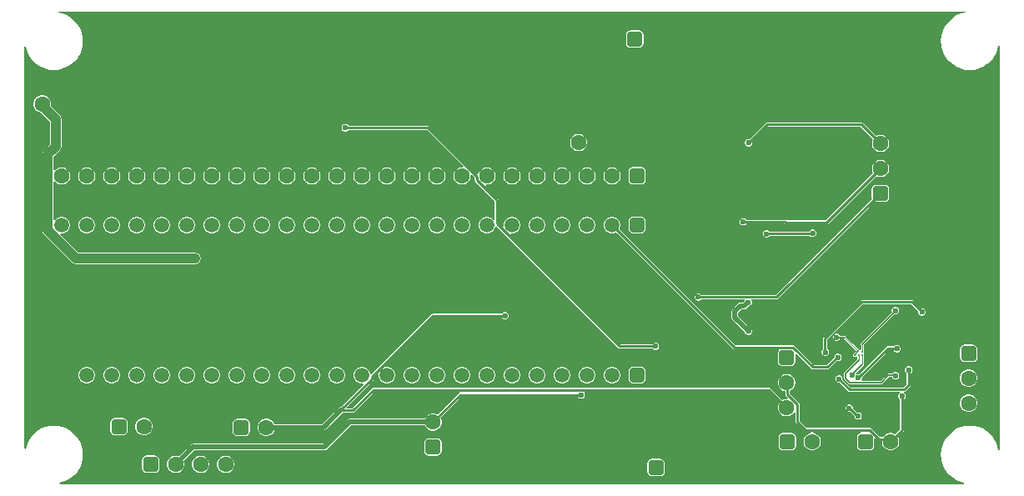
<source format=gbl>
G04*
G04 #@! TF.GenerationSoftware,Altium Limited,Altium Designer,21.6.4 (81)*
G04*
G04 Layer_Physical_Order=2*
G04 Layer_Color=16711680*
%FSLAX44Y44*%
%MOMM*%
G71*
G04*
G04 #@! TF.SameCoordinates,B5D7AA2C-AE02-420C-9FE3-D908FE65D14F*
G04*
G04*
G04 #@! TF.FilePolarity,Positive*
G04*
G01*
G75*
%ADD12C,0.1524*%
%ADD50C,0.2000*%
%ADD56C,0.1016*%
%ADD57C,0.2540*%
%ADD58C,0.5000*%
%ADD59C,1.6000*%
G04:AMPARAMS|DCode=60|XSize=1.6mm|YSize=1.6mm|CornerRadius=0.4mm|HoleSize=0mm|Usage=FLASHONLY|Rotation=0.000|XOffset=0mm|YOffset=0mm|HoleType=Round|Shape=RoundedRectangle|*
%AMROUNDEDRECTD60*
21,1,1.6000,0.8000,0,0,0.0*
21,1,0.8000,1.6000,0,0,0.0*
1,1,0.8000,0.4000,-0.4000*
1,1,0.8000,-0.4000,-0.4000*
1,1,0.8000,-0.4000,0.4000*
1,1,0.8000,0.4000,0.4000*
%
%ADD60ROUNDEDRECTD60*%
G04:AMPARAMS|DCode=61|XSize=1.6mm|YSize=1.6mm|CornerRadius=0.4mm|HoleSize=0mm|Usage=FLASHONLY|Rotation=90.000|XOffset=0mm|YOffset=0mm|HoleType=Round|Shape=RoundedRectangle|*
%AMROUNDEDRECTD61*
21,1,1.6000,0.8000,0,0,90.0*
21,1,0.8000,1.6000,0,0,90.0*
1,1,0.8000,0.4000,0.4000*
1,1,0.8000,0.4000,-0.4000*
1,1,0.8000,-0.4000,-0.4000*
1,1,0.8000,-0.4000,0.4000*
%
%ADD61ROUNDEDRECTD61*%
%ADD62C,1.5200*%
G04:AMPARAMS|DCode=63|XSize=1.52mm|YSize=1.52mm|CornerRadius=0.38mm|HoleSize=0mm|Usage=FLASHONLY|Rotation=180.000|XOffset=0mm|YOffset=0mm|HoleType=Round|Shape=RoundedRectangle|*
%AMROUNDEDRECTD63*
21,1,1.5200,0.7600,0,0,180.0*
21,1,0.7600,1.5200,0,0,180.0*
1,1,0.7600,-0.3800,0.3800*
1,1,0.7600,0.3800,0.3800*
1,1,0.7600,0.3800,-0.3800*
1,1,0.7600,-0.3800,-0.3800*
%
%ADD63ROUNDEDRECTD63*%
%ADD64C,0.6000*%
%ADD65C,0.1270*%
%ADD66C,1.0000*%
G36*
X955408Y478991D02*
X950930Y477916D01*
X946674Y476153D01*
X942747Y473747D01*
X939245Y470755D01*
X936253Y467253D01*
X933847Y463326D01*
X932084Y459070D01*
X931009Y454592D01*
X930648Y450000D01*
X931009Y445408D01*
X932084Y440930D01*
X933847Y436674D01*
X936253Y432747D01*
X939245Y429245D01*
X942747Y426253D01*
X946674Y423847D01*
X950930Y422084D01*
X955408Y421009D01*
X960000Y420648D01*
X964592Y421009D01*
X969070Y422084D01*
X973326Y423847D01*
X977253Y426253D01*
X980755Y429245D01*
X983747Y432747D01*
X986153Y436674D01*
X987916Y440930D01*
X988991Y445408D01*
X990250Y445294D01*
Y34706D01*
X988991Y34592D01*
X987916Y39070D01*
X986153Y43326D01*
X983747Y47253D01*
X980755Y50755D01*
X977253Y53747D01*
X973326Y56153D01*
X969070Y57916D01*
X964592Y58991D01*
X960000Y59352D01*
X955408Y58991D01*
X950930Y57916D01*
X946674Y56153D01*
X942747Y53747D01*
X939245Y50755D01*
X936253Y47253D01*
X933847Y43326D01*
X932084Y39070D01*
X931009Y34592D01*
X930648Y30000D01*
X931009Y25408D01*
X932084Y20930D01*
X933847Y16674D01*
X936253Y12747D01*
X939245Y9245D01*
X942747Y6253D01*
X946674Y3847D01*
X950930Y2084D01*
X954321Y1270D01*
X954170Y0D01*
X35830D01*
X35679Y1270D01*
X39070Y2084D01*
X43326Y3847D01*
X47253Y6253D01*
X50755Y9245D01*
X53747Y12747D01*
X56153Y16674D01*
X57916Y20930D01*
X58991Y25408D01*
X59352Y30000D01*
X58991Y34592D01*
X57916Y39070D01*
X56153Y43326D01*
X53747Y47253D01*
X50755Y50755D01*
X47253Y53747D01*
X43326Y56153D01*
X39070Y57916D01*
X34592Y58991D01*
X30000Y59352D01*
X25408Y58991D01*
X20930Y57916D01*
X16674Y56153D01*
X12747Y53747D01*
X9245Y50755D01*
X6253Y47253D01*
X3847Y43326D01*
X2084Y39070D01*
X1270Y35679D01*
X0Y35830D01*
Y444170D01*
X1270Y444321D01*
X2084Y440930D01*
X3847Y436674D01*
X6253Y432747D01*
X9245Y429245D01*
X12747Y426253D01*
X16674Y423847D01*
X20930Y422084D01*
X25408Y421009D01*
X30000Y420648D01*
X34592Y421009D01*
X39070Y422084D01*
X43326Y423847D01*
X47253Y426253D01*
X50755Y429245D01*
X53747Y432747D01*
X56153Y436674D01*
X57916Y440930D01*
X58991Y445408D01*
X59352Y450000D01*
X58991Y454592D01*
X57916Y459070D01*
X56153Y463326D01*
X53747Y467253D01*
X50755Y470755D01*
X47253Y473747D01*
X43326Y476153D01*
X39070Y477916D01*
X34592Y478991D01*
X34706Y480250D01*
X955294D01*
X955408Y478991D01*
D02*
G37*
%LPC*%
G36*
X623750Y460855D02*
X615750D01*
X613892Y460486D01*
X612317Y459433D01*
X611264Y457858D01*
X610895Y456000D01*
Y448000D01*
X611264Y446142D01*
X612317Y444567D01*
X613892Y443514D01*
X615750Y443145D01*
X623750D01*
X625608Y443514D01*
X627183Y444567D01*
X628236Y446142D01*
X628605Y448000D01*
Y456000D01*
X628236Y457858D01*
X627183Y459433D01*
X625608Y460486D01*
X623750Y460855D01*
D02*
G37*
G36*
X563853Y355854D02*
X561547D01*
X559318Y355257D01*
X557320Y354104D01*
X555689Y352472D01*
X554535Y350475D01*
X553938Y348246D01*
Y345939D01*
X554535Y343711D01*
X555689Y341712D01*
X557320Y340081D01*
X559318Y338928D01*
X561547Y338330D01*
X563853D01*
X566082Y338928D01*
X568080Y340081D01*
X569711Y341712D01*
X570865Y343711D01*
X571462Y345939D01*
Y348246D01*
X570865Y350475D01*
X569711Y352472D01*
X568080Y354104D01*
X566082Y355257D01*
X563853Y355854D01*
D02*
G37*
G36*
X850150Y367322D02*
X850150Y367322D01*
X753900D01*
X753107Y367164D01*
X752435Y366715D01*
X752435Y366715D01*
X736208Y350488D01*
X736148Y350512D01*
X734652D01*
X733269Y349939D01*
X732211Y348881D01*
X731638Y347498D01*
Y346002D01*
X732211Y344619D01*
X733269Y343561D01*
X734652Y342988D01*
X736148D01*
X737531Y343561D01*
X738589Y344619D01*
X739162Y346002D01*
Y347498D01*
X739137Y347557D01*
X754758Y363178D01*
X849292D01*
X861763Y350707D01*
X861085Y349532D01*
X860488Y347304D01*
Y344996D01*
X861085Y342768D01*
X862239Y340770D01*
X863870Y339139D01*
X865868Y337985D01*
X868096Y337388D01*
X870404D01*
X872632Y337985D01*
X874630Y339139D01*
X876261Y340770D01*
X877415Y342768D01*
X878012Y344996D01*
Y347304D01*
X877415Y349532D01*
X876261Y351530D01*
X874630Y353161D01*
X872632Y354315D01*
X870404Y354912D01*
X868096D01*
X865868Y354315D01*
X864693Y353637D01*
X851615Y366715D01*
X850943Y367164D01*
X850150Y367322D01*
D02*
G37*
G36*
X870404Y329512D02*
X868096D01*
X865868Y328915D01*
X863870Y327761D01*
X862239Y326130D01*
X861085Y324132D01*
X860488Y321903D01*
Y319597D01*
X861085Y317368D01*
X861763Y316193D01*
X813392Y267822D01*
X773667D01*
X773524Y267965D01*
X772852Y268414D01*
X772059Y268572D01*
X772059Y268572D01*
X732895D01*
X732871Y268631D01*
X731813Y269689D01*
X730430Y270262D01*
X728933D01*
X727550Y269689D01*
X726492Y268631D01*
X725919Y267248D01*
Y265752D01*
X726492Y264369D01*
X727550Y263311D01*
X728933Y262738D01*
X730430D01*
X731813Y263311D01*
X732871Y264369D01*
X732895Y264428D01*
X771201D01*
X771344Y264285D01*
X772016Y263836D01*
X772809Y263678D01*
X772809Y263678D01*
X814250D01*
X814250Y263678D01*
X815043Y263836D01*
X815715Y264285D01*
X864693Y313263D01*
X865868Y312585D01*
X868096Y311988D01*
X870404D01*
X872632Y312585D01*
X874630Y313739D01*
X876261Y315370D01*
X877415Y317368D01*
X878012Y319597D01*
Y321903D01*
X877415Y324132D01*
X876261Y326130D01*
X874630Y327761D01*
X872632Y328915D01*
X870404Y329512D01*
D02*
G37*
G36*
X597854Y321912D02*
X595546D01*
X593318Y321315D01*
X591320Y320161D01*
X589689Y318530D01*
X588535Y316532D01*
X587938Y314303D01*
Y311996D01*
X588535Y309768D01*
X589689Y307770D01*
X591320Y306139D01*
X593318Y304985D01*
X595546Y304388D01*
X597854D01*
X600082Y304985D01*
X602080Y306139D01*
X603711Y307770D01*
X604865Y309768D01*
X605462Y311996D01*
Y314303D01*
X604865Y316532D01*
X603711Y318530D01*
X602080Y320161D01*
X600082Y321315D01*
X597854Y321912D01*
D02*
G37*
G36*
X572453D02*
X570146D01*
X567918Y321315D01*
X565920Y320161D01*
X564289Y318530D01*
X563135Y316532D01*
X562538Y314303D01*
Y311996D01*
X563135Y309768D01*
X564289Y307770D01*
X565920Y306139D01*
X567918Y304985D01*
X570146Y304388D01*
X572453D01*
X574682Y304985D01*
X576680Y306139D01*
X578311Y307770D01*
X579465Y309768D01*
X580062Y311996D01*
Y314303D01*
X579465Y316532D01*
X578311Y318530D01*
X576680Y320161D01*
X574682Y321315D01*
X572453Y321912D01*
D02*
G37*
G36*
X547053D02*
X544747D01*
X542518Y321315D01*
X540520Y320161D01*
X538889Y318530D01*
X537735Y316532D01*
X537138Y314303D01*
Y311996D01*
X537735Y309768D01*
X538889Y307770D01*
X540520Y306139D01*
X542518Y304985D01*
X544747Y304388D01*
X547053D01*
X549282Y304985D01*
X551280Y306139D01*
X552911Y307770D01*
X554065Y309768D01*
X554662Y311996D01*
Y314303D01*
X554065Y316532D01*
X552911Y318530D01*
X551280Y320161D01*
X549282Y321315D01*
X547053Y321912D01*
D02*
G37*
G36*
X521654D02*
X519347D01*
X517118Y321315D01*
X515120Y320161D01*
X513489Y318530D01*
X512335Y316532D01*
X511738Y314303D01*
Y311996D01*
X512335Y309768D01*
X513489Y307770D01*
X515120Y306139D01*
X517118Y304985D01*
X519347Y304388D01*
X521654D01*
X523882Y304985D01*
X525880Y306139D01*
X527511Y307770D01*
X528665Y309768D01*
X529262Y311996D01*
Y314303D01*
X528665Y316532D01*
X527511Y318530D01*
X525880Y320161D01*
X523882Y321315D01*
X521654Y321912D01*
D02*
G37*
G36*
X496254D02*
X493946D01*
X491718Y321315D01*
X489720Y320161D01*
X488089Y318530D01*
X486935Y316532D01*
X486338Y314303D01*
Y311996D01*
X486935Y309768D01*
X488089Y307770D01*
X489720Y306139D01*
X491718Y304985D01*
X493946Y304388D01*
X496254D01*
X498482Y304985D01*
X500480Y306139D01*
X502111Y307770D01*
X503265Y309768D01*
X503862Y311996D01*
Y314303D01*
X503265Y316532D01*
X502111Y318530D01*
X500480Y320161D01*
X498482Y321315D01*
X496254Y321912D01*
D02*
G37*
G36*
X420053D02*
X417747D01*
X415518Y321315D01*
X413520Y320161D01*
X411889Y318530D01*
X410735Y316532D01*
X410138Y314303D01*
Y311996D01*
X410735Y309768D01*
X411889Y307770D01*
X413520Y306139D01*
X415518Y304985D01*
X417747Y304388D01*
X420053D01*
X422282Y304985D01*
X424280Y306139D01*
X425911Y307770D01*
X427065Y309768D01*
X427662Y311996D01*
Y314303D01*
X427065Y316532D01*
X425911Y318530D01*
X424280Y320161D01*
X422282Y321315D01*
X420053Y321912D01*
D02*
G37*
G36*
X394654D02*
X392346D01*
X390118Y321315D01*
X388120Y320161D01*
X386489Y318530D01*
X385335Y316532D01*
X384738Y314303D01*
Y311996D01*
X385335Y309768D01*
X386489Y307770D01*
X388120Y306139D01*
X390118Y304985D01*
X392346Y304388D01*
X394654D01*
X396882Y304985D01*
X398880Y306139D01*
X400511Y307770D01*
X401665Y309768D01*
X402262Y311996D01*
Y314303D01*
X401665Y316532D01*
X400511Y318530D01*
X398880Y320161D01*
X396882Y321315D01*
X394654Y321912D01*
D02*
G37*
G36*
X369254D02*
X366946D01*
X364718Y321315D01*
X362720Y320161D01*
X361089Y318530D01*
X359935Y316532D01*
X359338Y314303D01*
Y311996D01*
X359935Y309768D01*
X361089Y307770D01*
X362720Y306139D01*
X364718Y304985D01*
X366946Y304388D01*
X369254D01*
X371482Y304985D01*
X373480Y306139D01*
X375111Y307770D01*
X376265Y309768D01*
X376862Y311996D01*
Y314303D01*
X376265Y316532D01*
X375111Y318530D01*
X373480Y320161D01*
X371482Y321315D01*
X369254Y321912D01*
D02*
G37*
G36*
X343853D02*
X341547D01*
X339318Y321315D01*
X337320Y320161D01*
X335689Y318530D01*
X334535Y316532D01*
X333938Y314303D01*
Y311996D01*
X334535Y309768D01*
X335689Y307770D01*
X337320Y306139D01*
X339318Y304985D01*
X341547Y304388D01*
X343853D01*
X346082Y304985D01*
X348080Y306139D01*
X349711Y307770D01*
X350865Y309768D01*
X351462Y311996D01*
Y314303D01*
X350865Y316532D01*
X349711Y318530D01*
X348080Y320161D01*
X346082Y321315D01*
X343853Y321912D01*
D02*
G37*
G36*
X318454D02*
X316147D01*
X313918Y321315D01*
X311920Y320161D01*
X310289Y318530D01*
X309135Y316532D01*
X308538Y314303D01*
Y311996D01*
X309135Y309768D01*
X310289Y307770D01*
X311920Y306139D01*
X313918Y304985D01*
X316147Y304388D01*
X318454D01*
X320682Y304985D01*
X322680Y306139D01*
X324311Y307770D01*
X325465Y309768D01*
X326062Y311996D01*
Y314303D01*
X325465Y316532D01*
X324311Y318530D01*
X322680Y320161D01*
X320682Y321315D01*
X318454Y321912D01*
D02*
G37*
G36*
X293053D02*
X290746D01*
X288518Y321315D01*
X286520Y320161D01*
X284889Y318530D01*
X283735Y316532D01*
X283138Y314303D01*
Y311996D01*
X283735Y309768D01*
X284889Y307770D01*
X286520Y306139D01*
X288518Y304985D01*
X290746Y304388D01*
X293053D01*
X295282Y304985D01*
X297280Y306139D01*
X298911Y307770D01*
X300065Y309768D01*
X300662Y311996D01*
Y314303D01*
X300065Y316532D01*
X298911Y318530D01*
X297280Y320161D01*
X295282Y321315D01*
X293053Y321912D01*
D02*
G37*
G36*
X267654D02*
X265347D01*
X263118Y321315D01*
X261120Y320161D01*
X259489Y318530D01*
X258335Y316532D01*
X257738Y314303D01*
Y311996D01*
X258335Y309768D01*
X259489Y307770D01*
X261120Y306139D01*
X263118Y304985D01*
X265347Y304388D01*
X267654D01*
X269882Y304985D01*
X271880Y306139D01*
X273511Y307770D01*
X274665Y309768D01*
X275262Y311996D01*
Y314303D01*
X274665Y316532D01*
X273511Y318530D01*
X271880Y320161D01*
X269882Y321315D01*
X267654Y321912D01*
D02*
G37*
G36*
X242253D02*
X239946D01*
X237718Y321315D01*
X235720Y320161D01*
X234089Y318530D01*
X232935Y316532D01*
X232338Y314303D01*
Y311996D01*
X232935Y309768D01*
X234089Y307770D01*
X235720Y306139D01*
X237718Y304985D01*
X239946Y304388D01*
X242253D01*
X244482Y304985D01*
X246480Y306139D01*
X248111Y307770D01*
X249265Y309768D01*
X249862Y311996D01*
Y314303D01*
X249265Y316532D01*
X248111Y318530D01*
X246480Y320161D01*
X244482Y321315D01*
X242253Y321912D01*
D02*
G37*
G36*
X216854D02*
X214547D01*
X212318Y321315D01*
X210320Y320161D01*
X208689Y318530D01*
X207535Y316532D01*
X206938Y314303D01*
Y311996D01*
X207535Y309768D01*
X208689Y307770D01*
X210320Y306139D01*
X212318Y304985D01*
X214547Y304388D01*
X216854D01*
X219082Y304985D01*
X221080Y306139D01*
X222711Y307770D01*
X223865Y309768D01*
X224462Y311996D01*
Y314303D01*
X223865Y316532D01*
X222711Y318530D01*
X221080Y320161D01*
X219082Y321315D01*
X216854Y321912D01*
D02*
G37*
G36*
X191453D02*
X189146D01*
X186918Y321315D01*
X184920Y320161D01*
X183289Y318530D01*
X182135Y316532D01*
X181538Y314303D01*
Y311996D01*
X182135Y309768D01*
X183289Y307770D01*
X184920Y306139D01*
X186918Y304985D01*
X189146Y304388D01*
X191453D01*
X193682Y304985D01*
X195680Y306139D01*
X197311Y307770D01*
X198465Y309768D01*
X199062Y311996D01*
Y314303D01*
X198465Y316532D01*
X197311Y318530D01*
X195680Y320161D01*
X193682Y321315D01*
X191453Y321912D01*
D02*
G37*
G36*
X166054D02*
X163746D01*
X161518Y321315D01*
X159520Y320161D01*
X157889Y318530D01*
X156735Y316532D01*
X156138Y314303D01*
Y311996D01*
X156735Y309768D01*
X157889Y307770D01*
X159520Y306139D01*
X161518Y304985D01*
X163746Y304388D01*
X166054D01*
X168282Y304985D01*
X170280Y306139D01*
X171911Y307770D01*
X173065Y309768D01*
X173662Y311996D01*
Y314303D01*
X173065Y316532D01*
X171911Y318530D01*
X170280Y320161D01*
X168282Y321315D01*
X166054Y321912D01*
D02*
G37*
G36*
X140653D02*
X138347D01*
X136118Y321315D01*
X134120Y320161D01*
X132489Y318530D01*
X131335Y316532D01*
X130738Y314303D01*
Y311996D01*
X131335Y309768D01*
X132489Y307770D01*
X134120Y306139D01*
X136118Y304985D01*
X138347Y304388D01*
X140653D01*
X142882Y304985D01*
X144880Y306139D01*
X146511Y307770D01*
X147665Y309768D01*
X148262Y311996D01*
Y314303D01*
X147665Y316532D01*
X146511Y318530D01*
X144880Y320161D01*
X142882Y321315D01*
X140653Y321912D01*
D02*
G37*
G36*
X115253D02*
X112947D01*
X110718Y321315D01*
X108720Y320161D01*
X107089Y318530D01*
X105935Y316532D01*
X105338Y314303D01*
Y311996D01*
X105935Y309768D01*
X107089Y307770D01*
X108720Y306139D01*
X110718Y304985D01*
X112947Y304388D01*
X115253D01*
X117482Y304985D01*
X119480Y306139D01*
X121111Y307770D01*
X122265Y309768D01*
X122862Y311996D01*
Y314303D01*
X122265Y316532D01*
X121111Y318530D01*
X119480Y320161D01*
X117482Y321315D01*
X115253Y321912D01*
D02*
G37*
G36*
X89853D02*
X87547D01*
X85318Y321315D01*
X83320Y320161D01*
X81689Y318530D01*
X80535Y316532D01*
X79938Y314303D01*
Y311996D01*
X80535Y309768D01*
X81689Y307770D01*
X83320Y306139D01*
X85318Y304985D01*
X87547Y304388D01*
X89853D01*
X92082Y304985D01*
X94080Y306139D01*
X95711Y307770D01*
X96865Y309768D01*
X97462Y311996D01*
Y314303D01*
X96865Y316532D01*
X95711Y318530D01*
X94080Y320161D01*
X92082Y321315D01*
X89853Y321912D01*
D02*
G37*
G36*
X64454D02*
X62147D01*
X59918Y321315D01*
X57920Y320161D01*
X56289Y318530D01*
X55135Y316532D01*
X54538Y314303D01*
Y311996D01*
X55135Y309768D01*
X56289Y307770D01*
X57920Y306139D01*
X59918Y304985D01*
X62147Y304388D01*
X64454D01*
X66682Y304985D01*
X68680Y306139D01*
X70311Y307770D01*
X71465Y309768D01*
X72062Y311996D01*
Y314303D01*
X71465Y316532D01*
X70311Y318530D01*
X68680Y320161D01*
X66682Y321315D01*
X64454Y321912D01*
D02*
G37*
G36*
X19153Y394962D02*
X16846D01*
X14618Y394365D01*
X12620Y393211D01*
X10989Y391580D01*
X9835Y389582D01*
X9238Y387354D01*
Y385046D01*
X9835Y382818D01*
X10989Y380820D01*
X12620Y379189D01*
X14618Y378035D01*
X16824Y377444D01*
X26141Y368127D01*
Y345452D01*
X19730Y339040D01*
X18456Y337135D01*
X18009Y334886D01*
X18009Y334886D01*
Y257910D01*
X18009Y257910D01*
X18456Y255662D01*
X19730Y253756D01*
X48390Y225096D01*
X48390Y225096D01*
X50296Y223822D01*
X52544Y223375D01*
X173250D01*
X175498Y223822D01*
X177404Y225096D01*
X178678Y227002D01*
X179125Y229250D01*
X178678Y231498D01*
X177404Y233404D01*
X175498Y234678D01*
X173250Y235125D01*
X54977D01*
X36433Y253670D01*
X37111Y254788D01*
X39001D01*
X41128Y255358D01*
X43034Y256459D01*
X44591Y258016D01*
X45692Y259922D01*
X46262Y262049D01*
Y264251D01*
X45692Y266378D01*
X44591Y268284D01*
X43034Y269841D01*
X41128Y270942D01*
X39001Y271512D01*
X36799D01*
X34672Y270942D01*
X32766Y269841D01*
X31209Y268284D01*
X31029Y267973D01*
X29759Y268313D01*
Y307432D01*
X31029Y307630D01*
X32520Y306139D01*
X34518Y304985D01*
X36746Y304388D01*
X39053D01*
X41282Y304985D01*
X43280Y306139D01*
X44911Y307770D01*
X46065Y309768D01*
X46662Y311996D01*
Y314303D01*
X46065Y316532D01*
X44911Y318530D01*
X43280Y320161D01*
X41282Y321315D01*
X39053Y321912D01*
X36746D01*
X34518Y321315D01*
X32520Y320161D01*
X31029Y318670D01*
X29759Y318869D01*
Y332453D01*
X36170Y338864D01*
X36170Y338864D01*
X37444Y340770D01*
X37891Y343018D01*
X37891Y343018D01*
Y370560D01*
X37891Y370560D01*
X37444Y372809D01*
X36170Y374715D01*
X26567Y384318D01*
X26762Y385046D01*
Y387354D01*
X26165Y389582D01*
X25011Y391580D01*
X23380Y393211D01*
X21382Y394365D01*
X19153Y394962D01*
D02*
G37*
G36*
X626100Y322005D02*
X618100D01*
X616242Y321636D01*
X614667Y320583D01*
X613614Y319008D01*
X613245Y317150D01*
Y309150D01*
X613614Y307292D01*
X614667Y305717D01*
X616242Y304664D01*
X618100Y304295D01*
X626100D01*
X627958Y304664D01*
X629533Y305717D01*
X630586Y307292D01*
X630955Y309150D01*
Y317150D01*
X630586Y319008D01*
X629533Y320583D01*
X627958Y321636D01*
X626100Y322005D01*
D02*
G37*
G36*
X873250Y304205D02*
X865250D01*
X863392Y303836D01*
X861817Y302783D01*
X860764Y301208D01*
X860395Y299350D01*
Y291350D01*
X860714Y289744D01*
X763042Y192072D01*
X687464D01*
X687439Y192131D01*
X686381Y193189D01*
X684998Y193762D01*
X683502D01*
X682119Y193189D01*
X681061Y192131D01*
X680488Y190748D01*
Y189252D01*
X681061Y187869D01*
X682119Y186811D01*
X683502Y186238D01*
X684998D01*
X686381Y186811D01*
X687439Y187869D01*
X687464Y187928D01*
X730848D01*
X731187Y187413D01*
X731483Y186658D01*
X731316Y186254D01*
X729375Y184313D01*
X726737D01*
X725464Y184060D01*
X724385Y183339D01*
X719148Y178102D01*
X718427Y177023D01*
X718174Y175750D01*
Y169000D01*
X718427Y167727D01*
X719148Y166648D01*
X731625Y154172D01*
X732061Y153119D01*
X733119Y152061D01*
X734502Y151488D01*
X735998D01*
X737381Y152061D01*
X738439Y153119D01*
X739012Y154502D01*
Y155998D01*
X738439Y157381D01*
X737381Y158439D01*
X736328Y158875D01*
X724826Y170378D01*
Y174372D01*
X728115Y177661D01*
X730752D01*
X732025Y177914D01*
X733104Y178635D01*
X735421Y180952D01*
X735498D01*
X736881Y181525D01*
X737939Y182583D01*
X738512Y183966D01*
Y185462D01*
X738017Y186658D01*
X738313Y187413D01*
X738652Y187928D01*
X763900D01*
X763900Y187928D01*
X764693Y188086D01*
X765365Y188535D01*
X863644Y286814D01*
X865250Y286495D01*
X873250D01*
X875108Y286864D01*
X876683Y287917D01*
X877736Y289492D01*
X878105Y291350D01*
Y299350D01*
X877736Y301208D01*
X876683Y302783D01*
X875108Y303836D01*
X873250Y304205D01*
D02*
G37*
G36*
X326498Y365762D02*
X325002D01*
X323619Y365189D01*
X322561Y364131D01*
X321988Y362748D01*
Y361252D01*
X322561Y359869D01*
X323619Y358811D01*
X325002Y358238D01*
X326498D01*
X327881Y358811D01*
X328939Y359869D01*
X328964Y359928D01*
X409138D01*
X445981Y323085D01*
X445557Y322143D01*
X445359Y321912D01*
X443147D01*
X440918Y321315D01*
X438920Y320161D01*
X437289Y318530D01*
X436135Y316532D01*
X435538Y314303D01*
Y311996D01*
X436135Y309768D01*
X437289Y307770D01*
X438920Y306139D01*
X440918Y304985D01*
X443147Y304388D01*
X445453D01*
X447682Y304985D01*
X449680Y306139D01*
X451311Y307770D01*
X452465Y309768D01*
X453062Y311996D01*
Y314209D01*
X453293Y314407D01*
X454235Y314831D01*
X457342Y311724D01*
Y308890D01*
X457342Y308889D01*
X457500Y308097D01*
X457949Y307424D01*
X477514Y287859D01*
Y268879D01*
X476859Y268532D01*
X476244Y268431D01*
X474834Y269841D01*
X472928Y270942D01*
X470801Y271512D01*
X468599D01*
X466472Y270942D01*
X464566Y269841D01*
X463009Y268284D01*
X461908Y266378D01*
X461338Y264251D01*
Y262049D01*
X461908Y259922D01*
X463009Y258016D01*
X464566Y256459D01*
X466472Y255358D01*
X468599Y254788D01*
X470801D01*
X472928Y255358D01*
X474834Y256459D01*
X476391Y258016D01*
X477492Y259922D01*
X477942Y261601D01*
X479045Y262026D01*
X479320Y262019D01*
X602804Y138535D01*
X603476Y138086D01*
X604269Y137928D01*
X604269Y137928D01*
X637536D01*
X637561Y137869D01*
X638619Y136811D01*
X640002Y136238D01*
X641498D01*
X642881Y136811D01*
X643939Y137869D01*
X644512Y139252D01*
Y140748D01*
X643939Y142131D01*
X642881Y143189D01*
X641498Y143762D01*
X640002D01*
X638619Y143189D01*
X637561Y142131D01*
X637536Y142072D01*
X605127D01*
X493626Y253573D01*
X493844Y254282D01*
X494207Y254788D01*
X496201D01*
X498328Y255358D01*
X500234Y256459D01*
X501791Y258016D01*
X502892Y259922D01*
X503462Y262049D01*
Y264251D01*
X502892Y266378D01*
X501791Y268284D01*
X500234Y269841D01*
X498328Y270942D01*
X496201Y271512D01*
X493999D01*
X491872Y270942D01*
X489966Y269841D01*
X488409Y268284D01*
X487308Y266378D01*
X486738Y264251D01*
Y262257D01*
X486232Y261894D01*
X485523Y261676D01*
X481658Y265541D01*
Y288717D01*
X481658Y288717D01*
X481500Y289510D01*
X481051Y290182D01*
X481051Y290182D01*
X468019Y303215D01*
X468443Y304157D01*
X468641Y304388D01*
X470854D01*
X473082Y304985D01*
X475080Y306139D01*
X476711Y307770D01*
X477865Y309768D01*
X478462Y311996D01*
Y314303D01*
X477865Y316532D01*
X476711Y318530D01*
X475080Y320161D01*
X473082Y321315D01*
X470854Y321912D01*
X468546D01*
X466318Y321315D01*
X464320Y320161D01*
X462689Y318530D01*
X461535Y316532D01*
X461251Y315472D01*
X459835Y315092D01*
X411462Y363465D01*
X410789Y363914D01*
X409997Y364072D01*
X409996Y364072D01*
X328964D01*
X328939Y364131D01*
X327881Y365189D01*
X326498Y365762D01*
D02*
G37*
G36*
X801148Y258512D02*
X799652D01*
X798269Y257939D01*
X797211Y256881D01*
X797072Y256547D01*
X756423D01*
X755581Y257389D01*
X754198Y257962D01*
X752702D01*
X751319Y257389D01*
X750261Y256331D01*
X749688Y254948D01*
Y253452D01*
X750261Y252069D01*
X751319Y251011D01*
X752702Y250438D01*
X754198D01*
X755581Y251011D01*
X756639Y252069D01*
X756778Y252403D01*
X797427D01*
X798269Y251561D01*
X799652Y250988D01*
X801148D01*
X802531Y251561D01*
X803589Y252619D01*
X804162Y254002D01*
Y255498D01*
X803589Y256881D01*
X802531Y257939D01*
X801148Y258512D01*
D02*
G37*
G36*
X572401Y271512D02*
X570199D01*
X568072Y270942D01*
X566166Y269841D01*
X564609Y268284D01*
X563508Y266378D01*
X562938Y264251D01*
Y262049D01*
X563508Y259922D01*
X564609Y258016D01*
X566166Y256459D01*
X568072Y255358D01*
X570199Y254788D01*
X572401D01*
X574528Y255358D01*
X576434Y256459D01*
X577991Y258016D01*
X579092Y259922D01*
X579662Y262049D01*
Y264251D01*
X579092Y266378D01*
X577991Y268284D01*
X576434Y269841D01*
X574528Y270942D01*
X572401Y271512D01*
D02*
G37*
G36*
X547001D02*
X544799D01*
X542672Y270942D01*
X540766Y269841D01*
X539209Y268284D01*
X538108Y266378D01*
X537538Y264251D01*
Y262049D01*
X538108Y259922D01*
X539209Y258016D01*
X540766Y256459D01*
X542672Y255358D01*
X544799Y254788D01*
X547001D01*
X549128Y255358D01*
X551034Y256459D01*
X552591Y258016D01*
X553692Y259922D01*
X554262Y262049D01*
Y264251D01*
X553692Y266378D01*
X552591Y268284D01*
X551034Y269841D01*
X549128Y270942D01*
X547001Y271512D01*
D02*
G37*
G36*
X521601D02*
X519399D01*
X517272Y270942D01*
X515366Y269841D01*
X513809Y268284D01*
X512708Y266378D01*
X512138Y264251D01*
Y262049D01*
X512708Y259922D01*
X513809Y258016D01*
X515366Y256459D01*
X517272Y255358D01*
X519399Y254788D01*
X521601D01*
X523728Y255358D01*
X525634Y256459D01*
X527191Y258016D01*
X528292Y259922D01*
X528862Y262049D01*
Y264251D01*
X528292Y266378D01*
X527191Y268284D01*
X525634Y269841D01*
X523728Y270942D01*
X521601Y271512D01*
D02*
G37*
G36*
X445401D02*
X443199D01*
X441072Y270942D01*
X439166Y269841D01*
X437609Y268284D01*
X436508Y266378D01*
X435938Y264251D01*
Y262049D01*
X436508Y259922D01*
X437609Y258016D01*
X439166Y256459D01*
X441072Y255358D01*
X443199Y254788D01*
X445401D01*
X447528Y255358D01*
X449434Y256459D01*
X450991Y258016D01*
X452092Y259922D01*
X452662Y262049D01*
Y264251D01*
X452092Y266378D01*
X450991Y268284D01*
X449434Y269841D01*
X447528Y270942D01*
X445401Y271512D01*
D02*
G37*
G36*
X420001D02*
X417799D01*
X415672Y270942D01*
X413766Y269841D01*
X412209Y268284D01*
X411108Y266378D01*
X410538Y264251D01*
Y262049D01*
X411108Y259922D01*
X412209Y258016D01*
X413766Y256459D01*
X415672Y255358D01*
X417799Y254788D01*
X420001D01*
X422128Y255358D01*
X424034Y256459D01*
X425591Y258016D01*
X426692Y259922D01*
X427262Y262049D01*
Y264251D01*
X426692Y266378D01*
X425591Y268284D01*
X424034Y269841D01*
X422128Y270942D01*
X420001Y271512D01*
D02*
G37*
G36*
X394601D02*
X392399D01*
X390272Y270942D01*
X388366Y269841D01*
X386809Y268284D01*
X385708Y266378D01*
X385138Y264251D01*
Y262049D01*
X385708Y259922D01*
X386809Y258016D01*
X388366Y256459D01*
X390272Y255358D01*
X392399Y254788D01*
X394601D01*
X396728Y255358D01*
X398634Y256459D01*
X400191Y258016D01*
X401292Y259922D01*
X401862Y262049D01*
Y264251D01*
X401292Y266378D01*
X400191Y268284D01*
X398634Y269841D01*
X396728Y270942D01*
X394601Y271512D01*
D02*
G37*
G36*
X369201D02*
X366999D01*
X364872Y270942D01*
X362966Y269841D01*
X361409Y268284D01*
X360308Y266378D01*
X359738Y264251D01*
Y262049D01*
X360308Y259922D01*
X361409Y258016D01*
X362966Y256459D01*
X364872Y255358D01*
X366999Y254788D01*
X369201D01*
X371328Y255358D01*
X373234Y256459D01*
X374791Y258016D01*
X375892Y259922D01*
X376462Y262049D01*
Y264251D01*
X375892Y266378D01*
X374791Y268284D01*
X373234Y269841D01*
X371328Y270942D01*
X369201Y271512D01*
D02*
G37*
G36*
X343801D02*
X341599D01*
X339472Y270942D01*
X337566Y269841D01*
X336009Y268284D01*
X334908Y266378D01*
X334338Y264251D01*
Y262049D01*
X334908Y259922D01*
X336009Y258016D01*
X337566Y256459D01*
X339472Y255358D01*
X341599Y254788D01*
X343801D01*
X345928Y255358D01*
X347834Y256459D01*
X349391Y258016D01*
X350492Y259922D01*
X351062Y262049D01*
Y264251D01*
X350492Y266378D01*
X349391Y268284D01*
X347834Y269841D01*
X345928Y270942D01*
X343801Y271512D01*
D02*
G37*
G36*
X318401D02*
X316199D01*
X314072Y270942D01*
X312166Y269841D01*
X310609Y268284D01*
X309508Y266378D01*
X308938Y264251D01*
Y262049D01*
X309508Y259922D01*
X310609Y258016D01*
X312166Y256459D01*
X314072Y255358D01*
X316199Y254788D01*
X318401D01*
X320528Y255358D01*
X322434Y256459D01*
X323991Y258016D01*
X325092Y259922D01*
X325662Y262049D01*
Y264251D01*
X325092Y266378D01*
X323991Y268284D01*
X322434Y269841D01*
X320528Y270942D01*
X318401Y271512D01*
D02*
G37*
G36*
X293001D02*
X290799D01*
X288672Y270942D01*
X286766Y269841D01*
X285209Y268284D01*
X284108Y266378D01*
X283538Y264251D01*
Y262049D01*
X284108Y259922D01*
X285209Y258016D01*
X286766Y256459D01*
X288672Y255358D01*
X290799Y254788D01*
X293001D01*
X295128Y255358D01*
X297034Y256459D01*
X298591Y258016D01*
X299692Y259922D01*
X300262Y262049D01*
Y264251D01*
X299692Y266378D01*
X298591Y268284D01*
X297034Y269841D01*
X295128Y270942D01*
X293001Y271512D01*
D02*
G37*
G36*
X267601D02*
X265399D01*
X263272Y270942D01*
X261366Y269841D01*
X259809Y268284D01*
X258708Y266378D01*
X258138Y264251D01*
Y262049D01*
X258708Y259922D01*
X259809Y258016D01*
X261366Y256459D01*
X263272Y255358D01*
X265399Y254788D01*
X267601D01*
X269728Y255358D01*
X271634Y256459D01*
X273191Y258016D01*
X274292Y259922D01*
X274862Y262049D01*
Y264251D01*
X274292Y266378D01*
X273191Y268284D01*
X271634Y269841D01*
X269728Y270942D01*
X267601Y271512D01*
D02*
G37*
G36*
X242201D02*
X239999D01*
X237872Y270942D01*
X235966Y269841D01*
X234409Y268284D01*
X233308Y266378D01*
X232738Y264251D01*
Y262049D01*
X233308Y259922D01*
X234409Y258016D01*
X235966Y256459D01*
X237872Y255358D01*
X239999Y254788D01*
X242201D01*
X244328Y255358D01*
X246234Y256459D01*
X247791Y258016D01*
X248892Y259922D01*
X249462Y262049D01*
Y264251D01*
X248892Y266378D01*
X247791Y268284D01*
X246234Y269841D01*
X244328Y270942D01*
X242201Y271512D01*
D02*
G37*
G36*
X216801D02*
X214599D01*
X212472Y270942D01*
X210566Y269841D01*
X209009Y268284D01*
X207908Y266378D01*
X207338Y264251D01*
Y262049D01*
X207908Y259922D01*
X209009Y258016D01*
X210566Y256459D01*
X212472Y255358D01*
X214599Y254788D01*
X216801D01*
X218928Y255358D01*
X220834Y256459D01*
X222391Y258016D01*
X223492Y259922D01*
X224062Y262049D01*
Y264251D01*
X223492Y266378D01*
X222391Y268284D01*
X220834Y269841D01*
X218928Y270942D01*
X216801Y271512D01*
D02*
G37*
G36*
X191401D02*
X189199D01*
X187072Y270942D01*
X185166Y269841D01*
X183609Y268284D01*
X182508Y266378D01*
X181938Y264251D01*
Y262049D01*
X182508Y259922D01*
X183609Y258016D01*
X185166Y256459D01*
X187072Y255358D01*
X189199Y254788D01*
X191401D01*
X193528Y255358D01*
X195434Y256459D01*
X196991Y258016D01*
X198092Y259922D01*
X198662Y262049D01*
Y264251D01*
X198092Y266378D01*
X196991Y268284D01*
X195434Y269841D01*
X193528Y270942D01*
X191401Y271512D01*
D02*
G37*
G36*
X166001D02*
X163799D01*
X161672Y270942D01*
X159766Y269841D01*
X158209Y268284D01*
X157108Y266378D01*
X156538Y264251D01*
Y262049D01*
X157108Y259922D01*
X158209Y258016D01*
X159766Y256459D01*
X161672Y255358D01*
X163799Y254788D01*
X166001D01*
X168128Y255358D01*
X170034Y256459D01*
X171591Y258016D01*
X172692Y259922D01*
X173262Y262049D01*
Y264251D01*
X172692Y266378D01*
X171591Y268284D01*
X170034Y269841D01*
X168128Y270942D01*
X166001Y271512D01*
D02*
G37*
G36*
X140601D02*
X138399D01*
X136272Y270942D01*
X134366Y269841D01*
X132809Y268284D01*
X131708Y266378D01*
X131138Y264251D01*
Y262049D01*
X131708Y259922D01*
X132809Y258016D01*
X134366Y256459D01*
X136272Y255358D01*
X138399Y254788D01*
X140601D01*
X142728Y255358D01*
X144634Y256459D01*
X146191Y258016D01*
X147292Y259922D01*
X147862Y262049D01*
Y264251D01*
X147292Y266378D01*
X146191Y268284D01*
X144634Y269841D01*
X142728Y270942D01*
X140601Y271512D01*
D02*
G37*
G36*
X115201D02*
X112999D01*
X110872Y270942D01*
X108966Y269841D01*
X107409Y268284D01*
X106308Y266378D01*
X105738Y264251D01*
Y262049D01*
X106308Y259922D01*
X107409Y258016D01*
X108966Y256459D01*
X110872Y255358D01*
X112999Y254788D01*
X115201D01*
X117328Y255358D01*
X119234Y256459D01*
X120791Y258016D01*
X121892Y259922D01*
X122462Y262049D01*
Y264251D01*
X121892Y266378D01*
X120791Y268284D01*
X119234Y269841D01*
X117328Y270942D01*
X115201Y271512D01*
D02*
G37*
G36*
X89801D02*
X87599D01*
X85472Y270942D01*
X83566Y269841D01*
X82009Y268284D01*
X80908Y266378D01*
X80338Y264251D01*
Y262049D01*
X80908Y259922D01*
X82009Y258016D01*
X83566Y256459D01*
X85472Y255358D01*
X87599Y254788D01*
X89801D01*
X91928Y255358D01*
X93834Y256459D01*
X95391Y258016D01*
X96492Y259922D01*
X97062Y262049D01*
Y264251D01*
X96492Y266378D01*
X95391Y268284D01*
X93834Y269841D01*
X91928Y270942D01*
X89801Y271512D01*
D02*
G37*
G36*
X64401D02*
X62199D01*
X60072Y270942D01*
X58166Y269841D01*
X56609Y268284D01*
X55508Y266378D01*
X54938Y264251D01*
Y262049D01*
X55508Y259922D01*
X56609Y258016D01*
X58166Y256459D01*
X60072Y255358D01*
X62199Y254788D01*
X64401D01*
X66528Y255358D01*
X68434Y256459D01*
X69991Y258016D01*
X71092Y259922D01*
X71662Y262049D01*
Y264251D01*
X71092Y266378D01*
X69991Y268284D01*
X68434Y269841D01*
X66528Y270942D01*
X64401Y271512D01*
D02*
G37*
G36*
X625900Y271601D02*
X618300D01*
X616520Y271247D01*
X615011Y270239D01*
X614003Y268730D01*
X613649Y266950D01*
Y259350D01*
X614003Y257570D01*
X615011Y256061D01*
X616520Y255053D01*
X618300Y254699D01*
X625900D01*
X627680Y255053D01*
X629189Y256061D01*
X630197Y257570D01*
X630551Y259350D01*
Y266950D01*
X630197Y268730D01*
X629189Y270239D01*
X627680Y271247D01*
X625900Y271601D01*
D02*
G37*
G36*
X901250Y187072D02*
X901250Y187072D01*
X850250D01*
X850250Y187072D01*
X849457Y186914D01*
X848785Y186465D01*
X811535Y149215D01*
X811086Y148543D01*
X810928Y147750D01*
X810928Y147750D01*
Y136999D01*
X810061Y136131D01*
X809488Y134748D01*
Y133252D01*
X810061Y131869D01*
X811119Y130811D01*
X812502Y130238D01*
X813998D01*
X815381Y130811D01*
X816439Y131869D01*
X817012Y133252D01*
Y134748D01*
X816439Y136131D01*
X815381Y137189D01*
X815072Y137317D01*
Y146892D01*
X851108Y182928D01*
X900392D01*
X907513Y175807D01*
X907488Y175748D01*
Y174252D01*
X908061Y172869D01*
X909119Y171811D01*
X910502Y171238D01*
X911998D01*
X913381Y171811D01*
X914439Y172869D01*
X915012Y174252D01*
Y175748D01*
X914439Y177131D01*
X913381Y178189D01*
X911998Y178762D01*
X910502D01*
X910443Y178738D01*
X902715Y186465D01*
X902043Y186914D01*
X901250Y187072D01*
D02*
G37*
G36*
X488773Y174762D02*
X487277D01*
X485894Y174189D01*
X484836Y173131D01*
X484811Y173072D01*
X414369D01*
X414369Y173072D01*
X413576Y172914D01*
X412904Y172465D01*
X412904Y172465D01*
X352320Y111881D01*
X352045Y111874D01*
X350942Y112299D01*
X350492Y113978D01*
X349391Y115884D01*
X347834Y117441D01*
X345928Y118542D01*
X343801Y119112D01*
X341599D01*
X339472Y118542D01*
X337566Y117441D01*
X336009Y115884D01*
X334908Y113978D01*
X334338Y111851D01*
Y109649D01*
X334908Y107522D01*
X336009Y105616D01*
X337566Y104059D01*
X339472Y102958D01*
X341599Y102388D01*
X343593D01*
X343956Y101882D01*
X344174Y101173D01*
X321171Y78170D01*
X320840Y78236D01*
X319568Y77982D01*
X318489Y77261D01*
X302361Y61133D01*
X253880D01*
X253865Y61189D01*
X252711Y63187D01*
X251080Y64819D01*
X249082Y65972D01*
X246854Y66569D01*
X244547D01*
X242318Y65972D01*
X240320Y64819D01*
X238689Y63187D01*
X237535Y61189D01*
X236938Y58961D01*
Y56654D01*
X237535Y54425D01*
X238689Y52427D01*
X240320Y50796D01*
X242318Y49643D01*
X244547Y49045D01*
X246854D01*
X249082Y49643D01*
X251080Y50796D01*
X252711Y52427D01*
X253865Y54425D01*
X253880Y54482D01*
X303738D01*
X305011Y54735D01*
X306090Y55456D01*
X323192Y72558D01*
X323379Y72838D01*
X333409D01*
X333410Y72838D01*
X334202Y72996D01*
X334874Y73445D01*
X355144Y93714D01*
X441533D01*
X441658Y92444D01*
X441507Y92414D01*
X440835Y91965D01*
X419557Y70687D01*
X418382Y71365D01*
X416153Y71962D01*
X413847D01*
X411618Y71365D01*
X409620Y70211D01*
X407989Y68580D01*
X406835Y66582D01*
X406820Y66526D01*
X330362D01*
X329089Y66273D01*
X328010Y65552D01*
X303534Y41076D01*
X171100D01*
X169827Y40823D01*
X168748Y40102D01*
X157032Y28386D01*
X156982Y28415D01*
X154754Y29012D01*
X152446D01*
X150218Y28415D01*
X148220Y27261D01*
X146589Y25630D01*
X145435Y23632D01*
X144838Y21404D01*
Y19096D01*
X145435Y16868D01*
X146589Y14870D01*
X148220Y13239D01*
X150218Y12085D01*
X152446Y11488D01*
X154754D01*
X156982Y12085D01*
X158980Y13239D01*
X160611Y14870D01*
X161765Y16868D01*
X162362Y19096D01*
Y21404D01*
X161765Y23632D01*
X161736Y23682D01*
X172478Y34424D01*
X304912D01*
X306185Y34677D01*
X307263Y35398D01*
X331739Y59874D01*
X406820D01*
X406835Y59818D01*
X407989Y57820D01*
X409620Y56189D01*
X411618Y55035D01*
X413847Y54438D01*
X416153D01*
X418382Y55035D01*
X420380Y56189D01*
X422011Y57820D01*
X423165Y59818D01*
X423762Y62046D01*
Y64353D01*
X423165Y66582D01*
X422487Y67757D01*
X443158Y88428D01*
X562036D01*
X562061Y88369D01*
X563119Y87311D01*
X564502Y86738D01*
X565998D01*
X567381Y87311D01*
X568439Y88369D01*
X569012Y89752D01*
Y91248D01*
X568517Y92444D01*
X568813Y93199D01*
X569152Y93714D01*
X755206D01*
X766513Y82407D01*
X765835Y81232D01*
X765238Y79004D01*
Y76696D01*
X765835Y74468D01*
X766989Y72470D01*
X768620Y70839D01*
X770618Y69685D01*
X772847Y69088D01*
X775154D01*
X777382Y69685D01*
X779380Y70839D01*
X781011Y72470D01*
X781696Y73656D01*
X782966Y73315D01*
Y63712D01*
X782966Y63712D01*
X783124Y62919D01*
X783573Y62247D01*
X792035Y53785D01*
X792035Y53785D01*
X792707Y53336D01*
X793500Y53178D01*
X798769D01*
X798796Y51919D01*
X796568Y51322D01*
X794570Y50169D01*
X792939Y48537D01*
X791785Y46539D01*
X791188Y44311D01*
Y42004D01*
X791785Y39775D01*
X792939Y37777D01*
X794570Y36146D01*
X796568Y34992D01*
X798796Y34395D01*
X801104D01*
X803332Y34992D01*
X805330Y36146D01*
X806961Y37777D01*
X808115Y39775D01*
X808712Y42004D01*
Y44311D01*
X808115Y46539D01*
X806961Y48537D01*
X805330Y50169D01*
X803332Y51322D01*
X801104Y51919D01*
X801131Y53178D01*
X848934D01*
X849059Y51908D01*
X848192Y51736D01*
X846617Y50683D01*
X845564Y49108D01*
X845195Y47250D01*
Y39250D01*
X845564Y37392D01*
X846617Y35817D01*
X848192Y34764D01*
X850050Y34395D01*
X858050D01*
X859908Y34764D01*
X861483Y35817D01*
X862536Y37392D01*
X862905Y39250D01*
Y46199D01*
X864175Y46725D01*
X866540Y44360D01*
X866540Y44360D01*
X867212Y43911D01*
X868005Y43754D01*
X868005Y43754D01*
X870688D01*
Y42097D01*
X871285Y39868D01*
X872439Y37870D01*
X874070Y36239D01*
X876068Y35085D01*
X878297Y34488D01*
X880603D01*
X882832Y35085D01*
X884830Y36239D01*
X886461Y37870D01*
X887615Y39868D01*
X888212Y42097D01*
Y44404D01*
X887615Y46632D01*
X886937Y47807D01*
X892715Y53585D01*
X893164Y54257D01*
X893322Y55050D01*
X893322Y55050D01*
Y86286D01*
X893381Y86311D01*
X894439Y87369D01*
X895012Y88752D01*
Y90248D01*
X894439Y91631D01*
X893381Y92689D01*
X893204Y92763D01*
X893186Y93524D01*
X893385Y94062D01*
X893967Y94178D01*
X894640Y94628D01*
X899465Y99453D01*
X899465Y99453D01*
X899914Y100125D01*
X900072Y100918D01*
X900072Y100918D01*
Y112786D01*
X900131Y112811D01*
X901189Y113869D01*
X901762Y115252D01*
Y116748D01*
X901189Y118131D01*
X900131Y119189D01*
X898748Y119762D01*
X897252D01*
X895869Y119189D01*
X894811Y118131D01*
X894238Y116748D01*
Y115252D01*
X894811Y113869D01*
X895869Y112811D01*
X895928Y112786D01*
Y101776D01*
X892316Y98164D01*
X838516D01*
X830738Y105942D01*
X830762Y106002D01*
Y107498D01*
X830189Y108881D01*
X829131Y109939D01*
X827748Y110512D01*
X826252D01*
X824869Y109939D01*
X823811Y108881D01*
X823238Y107498D01*
Y106002D01*
X823811Y104619D01*
X824869Y103561D01*
X826252Y102988D01*
X827748D01*
X827807Y103013D01*
X836192Y94628D01*
X836865Y94178D01*
X837657Y94021D01*
X837658Y94021D01*
X889015D01*
X889267Y92751D01*
X889119Y92689D01*
X888061Y91631D01*
X887488Y90248D01*
Y88752D01*
X888061Y87369D01*
X889119Y86311D01*
X889178Y86286D01*
Y55908D01*
X884007Y50737D01*
X882832Y51415D01*
X880603Y52012D01*
X878297D01*
X876068Y51415D01*
X874070Y50261D01*
X872439Y48630D01*
X872016Y47897D01*
X868863D01*
X860045Y56715D01*
X859373Y57164D01*
X858581Y57322D01*
X858580Y57322D01*
X794358D01*
X787110Y64570D01*
Y80999D01*
X787110Y81000D01*
X786952Y81792D01*
X786503Y82465D01*
X786503Y82465D01*
X776669Y92298D01*
Y94894D01*
X777382Y95085D01*
X779380Y96239D01*
X781011Y97870D01*
X782165Y99868D01*
X782762Y102096D01*
Y104403D01*
X782165Y106632D01*
X781011Y108630D01*
X779380Y110261D01*
X777382Y111415D01*
X775154Y112012D01*
X772847D01*
X770618Y111415D01*
X768620Y110261D01*
X766989Y108630D01*
X765835Y106632D01*
X765238Y104403D01*
Y102096D01*
X765835Y99868D01*
X766989Y97870D01*
X768620Y96239D01*
X770618Y95085D01*
X772526Y94574D01*
Y91440D01*
X772526Y91440D01*
X772683Y90647D01*
X773132Y89975D01*
X775276Y87831D01*
X774699Y86612D01*
X772847D01*
X770618Y86015D01*
X769443Y85337D01*
X757529Y97251D01*
X756857Y97700D01*
X756064Y97858D01*
X756064Y97858D01*
X354286D01*
X354286Y97858D01*
X353493Y97700D01*
X352821Y97251D01*
X332551Y76981D01*
X327502D01*
X327016Y78155D01*
X354051Y105190D01*
X354500Y105862D01*
X354658Y106655D01*
X354658Y106655D01*
Y108359D01*
X358523Y112224D01*
X359232Y112006D01*
X359738Y111643D01*
Y109649D01*
X360308Y107522D01*
X361409Y105616D01*
X362966Y104059D01*
X364872Y102958D01*
X366999Y102388D01*
X369201D01*
X371328Y102958D01*
X373234Y104059D01*
X374791Y105616D01*
X375892Y107522D01*
X376462Y109649D01*
Y111851D01*
X375892Y113978D01*
X374791Y115884D01*
X373234Y117441D01*
X371328Y118542D01*
X369201Y119112D01*
X367207D01*
X366844Y119618D01*
X366626Y120327D01*
X415227Y168928D01*
X484811D01*
X484836Y168869D01*
X485894Y167811D01*
X487277Y167238D01*
X488773D01*
X490156Y167811D01*
X491214Y168869D01*
X491787Y170252D01*
Y171748D01*
X491214Y173131D01*
X490156Y174189D01*
X488773Y174762D01*
D02*
G37*
G36*
X885248Y180012D02*
X883752D01*
X882369Y179439D01*
X881311Y178381D01*
X880738Y176998D01*
Y175502D01*
X880937Y175020D01*
X849474Y143557D01*
X848991Y142391D01*
X849466Y141244D01*
Y136827D01*
X848287Y136044D01*
X848059Y136081D01*
X847748Y136392D01*
X847101Y136660D01*
X846932D01*
X840877Y142716D01*
X840628Y143316D01*
X833957Y149987D01*
X833819Y150319D01*
X832750Y150762D01*
X828196D01*
X827939Y151381D01*
X826881Y152439D01*
X825498Y153012D01*
X824002D01*
X822619Y152439D01*
X821561Y151381D01*
X820988Y149998D01*
Y148502D01*
X821561Y147119D01*
X822619Y146061D01*
X824002Y145488D01*
X825498D01*
X826881Y146061D01*
X827939Y147119D01*
X828196Y147738D01*
X832318D01*
X838435Y141621D01*
X838684Y141020D01*
X844709Y134995D01*
X842385Y132672D01*
X841956Y132494D01*
X841460Y131998D01*
X841192Y131350D01*
Y130649D01*
X841460Y130002D01*
X841956Y129506D01*
X842603Y129238D01*
X843304D01*
X843952Y129506D01*
X844191Y129746D01*
X844432Y129808D01*
X845553Y129325D01*
Y126821D01*
X832584Y113852D01*
X832100Y112686D01*
Y107750D01*
X832584Y106584D01*
X836858Y102310D01*
X838024Y101826D01*
X869946D01*
X871112Y102310D01*
X877653Y108850D01*
X880904D01*
X881311Y107869D01*
X882369Y106811D01*
X883752Y106238D01*
X885248D01*
X886631Y106811D01*
X887689Y107869D01*
X888262Y109252D01*
Y110748D01*
X887689Y112131D01*
X886631Y113189D01*
X885248Y113762D01*
X883752D01*
X882369Y113189D01*
X881329Y112150D01*
X876969D01*
X875803Y111666D01*
X869262Y105126D01*
X850855D01*
X850157Y106396D01*
X850512Y107252D01*
Y108748D01*
X850488Y108807D01*
X877701Y136021D01*
X882644D01*
X882811Y135619D01*
X883869Y134561D01*
X885252Y133988D01*
X886748D01*
X888131Y134561D01*
X889189Y135619D01*
X889762Y137002D01*
Y138498D01*
X889189Y139881D01*
X888131Y140939D01*
X886748Y141512D01*
X885252D01*
X883869Y140939D01*
X883094Y140164D01*
X876842D01*
X876050Y140007D01*
X875377Y139558D01*
X875377Y139557D01*
X847558Y111737D01*
X847498Y111762D01*
X846002D01*
X845286Y111466D01*
X844679Y111550D01*
X844117Y112785D01*
X852024Y120691D01*
X852507Y121858D01*
X852250Y122479D01*
Y129877D01*
X852369Y129996D01*
X852638Y130644D01*
Y131345D01*
X852369Y131992D01*
X852205Y132157D01*
X851980Y132907D01*
X852190Y133731D01*
X852335Y133876D01*
X852603Y134523D01*
Y135225D01*
X852335Y135872D01*
X852215Y135991D01*
Y141633D01*
X883270Y172687D01*
X883752Y172488D01*
X885248D01*
X886631Y173061D01*
X887689Y174119D01*
X888262Y175502D01*
Y176998D01*
X887689Y178381D01*
X886631Y179439D01*
X885248Y180012D01*
D02*
G37*
G36*
X597801Y271512D02*
X595599D01*
X593472Y270942D01*
X591566Y269841D01*
X590009Y268284D01*
X588908Y266378D01*
X588338Y264251D01*
Y262049D01*
X588908Y259922D01*
X590009Y258016D01*
X591566Y256459D01*
X593472Y255358D01*
X595599Y254788D01*
X597801D01*
X599928Y255358D01*
X600964Y255956D01*
X719449Y137471D01*
X719449Y137471D01*
X720121Y137022D01*
X720914Y136864D01*
X765624D01*
X766240Y135594D01*
X765514Y134508D01*
X765145Y132650D01*
Y124650D01*
X765514Y122792D01*
X766567Y121217D01*
X768142Y120164D01*
X770000Y119795D01*
X778000D01*
X779858Y120164D01*
X781433Y121217D01*
X782486Y122792D01*
X782855Y124650D01*
Y131958D01*
X784125Y132484D01*
X799168Y117442D01*
X799168Y117442D01*
X799840Y116992D01*
X800633Y116835D01*
X815406D01*
X815406Y116835D01*
X816199Y116992D01*
X816871Y117442D01*
X824689Y125260D01*
X825344Y124988D01*
X826841D01*
X828223Y125561D01*
X829282Y126619D01*
X829854Y128002D01*
Y129499D01*
X829282Y130882D01*
X828223Y131940D01*
X826841Y132512D01*
X825344D01*
X823961Y131940D01*
X822903Y130882D01*
X822330Y129499D01*
Y128760D01*
X814548Y120978D01*
X801491D01*
X782069Y140401D01*
X781397Y140850D01*
X780604Y141008D01*
X780604Y141008D01*
X721772D01*
X603894Y258886D01*
X604492Y259922D01*
X605062Y262049D01*
Y264251D01*
X604492Y266378D01*
X603391Y268284D01*
X601834Y269841D01*
X599928Y270942D01*
X597801Y271512D01*
D02*
G37*
G36*
X962750Y141855D02*
X954750D01*
X952892Y141486D01*
X951317Y140433D01*
X950264Y138858D01*
X949895Y137000D01*
Y129000D01*
X950264Y127142D01*
X951317Y125567D01*
X952892Y124514D01*
X954750Y124145D01*
X962750D01*
X964608Y124514D01*
X966183Y125567D01*
X967236Y127142D01*
X967605Y129000D01*
Y137000D01*
X967236Y138858D01*
X966183Y140433D01*
X964608Y141486D01*
X962750Y141855D01*
D02*
G37*
G36*
X597801Y119112D02*
X595599D01*
X593472Y118542D01*
X591566Y117441D01*
X590009Y115884D01*
X588908Y113978D01*
X588338Y111851D01*
Y109649D01*
X588908Y107522D01*
X590009Y105616D01*
X591566Y104059D01*
X593472Y102958D01*
X595599Y102388D01*
X597801D01*
X599928Y102958D01*
X601834Y104059D01*
X603391Y105616D01*
X604492Y107522D01*
X605062Y109649D01*
Y111851D01*
X604492Y113978D01*
X603391Y115884D01*
X601834Y117441D01*
X599928Y118542D01*
X597801Y119112D01*
D02*
G37*
G36*
X572401D02*
X570199D01*
X568072Y118542D01*
X566166Y117441D01*
X564609Y115884D01*
X563508Y113978D01*
X562938Y111851D01*
Y109649D01*
X563508Y107522D01*
X564609Y105616D01*
X566166Y104059D01*
X568072Y102958D01*
X570199Y102388D01*
X572401D01*
X574528Y102958D01*
X576434Y104059D01*
X577991Y105616D01*
X579092Y107522D01*
X579662Y109649D01*
Y111851D01*
X579092Y113978D01*
X577991Y115884D01*
X576434Y117441D01*
X574528Y118542D01*
X572401Y119112D01*
D02*
G37*
G36*
X547001D02*
X544799D01*
X542672Y118542D01*
X540766Y117441D01*
X539209Y115884D01*
X538108Y113978D01*
X537538Y111851D01*
Y109649D01*
X538108Y107522D01*
X539209Y105616D01*
X540766Y104059D01*
X542672Y102958D01*
X544799Y102388D01*
X547001D01*
X549128Y102958D01*
X551034Y104059D01*
X552591Y105616D01*
X553692Y107522D01*
X554262Y109649D01*
Y111851D01*
X553692Y113978D01*
X552591Y115884D01*
X551034Y117441D01*
X549128Y118542D01*
X547001Y119112D01*
D02*
G37*
G36*
X521601D02*
X519399D01*
X517272Y118542D01*
X515366Y117441D01*
X513809Y115884D01*
X512708Y113978D01*
X512138Y111851D01*
Y109649D01*
X512708Y107522D01*
X513809Y105616D01*
X515366Y104059D01*
X517272Y102958D01*
X519399Y102388D01*
X521601D01*
X523728Y102958D01*
X525634Y104059D01*
X527191Y105616D01*
X528292Y107522D01*
X528862Y109649D01*
Y111851D01*
X528292Y113978D01*
X527191Y115884D01*
X525634Y117441D01*
X523728Y118542D01*
X521601Y119112D01*
D02*
G37*
G36*
X496201D02*
X493999D01*
X491872Y118542D01*
X489966Y117441D01*
X488409Y115884D01*
X487308Y113978D01*
X486738Y111851D01*
Y109649D01*
X487308Y107522D01*
X488409Y105616D01*
X489966Y104059D01*
X491872Y102958D01*
X493999Y102388D01*
X496201D01*
X498328Y102958D01*
X500234Y104059D01*
X501791Y105616D01*
X502892Y107522D01*
X503462Y109649D01*
Y111851D01*
X502892Y113978D01*
X501791Y115884D01*
X500234Y117441D01*
X498328Y118542D01*
X496201Y119112D01*
D02*
G37*
G36*
X470801D02*
X468599D01*
X466472Y118542D01*
X464566Y117441D01*
X463009Y115884D01*
X461908Y113978D01*
X461338Y111851D01*
Y109649D01*
X461908Y107522D01*
X463009Y105616D01*
X464566Y104059D01*
X466472Y102958D01*
X468599Y102388D01*
X470801D01*
X472928Y102958D01*
X474834Y104059D01*
X476391Y105616D01*
X477492Y107522D01*
X478062Y109649D01*
Y111851D01*
X477492Y113978D01*
X476391Y115884D01*
X474834Y117441D01*
X472928Y118542D01*
X470801Y119112D01*
D02*
G37*
G36*
X445401D02*
X443199D01*
X441072Y118542D01*
X439166Y117441D01*
X437609Y115884D01*
X436508Y113978D01*
X435938Y111851D01*
Y109649D01*
X436508Y107522D01*
X437609Y105616D01*
X439166Y104059D01*
X441072Y102958D01*
X443199Y102388D01*
X445401D01*
X447528Y102958D01*
X449434Y104059D01*
X450991Y105616D01*
X452092Y107522D01*
X452662Y109649D01*
Y111851D01*
X452092Y113978D01*
X450991Y115884D01*
X449434Y117441D01*
X447528Y118542D01*
X445401Y119112D01*
D02*
G37*
G36*
X420001D02*
X417799D01*
X415672Y118542D01*
X413766Y117441D01*
X412209Y115884D01*
X411108Y113978D01*
X410538Y111851D01*
Y109649D01*
X411108Y107522D01*
X412209Y105616D01*
X413766Y104059D01*
X415672Y102958D01*
X417799Y102388D01*
X420001D01*
X422128Y102958D01*
X424034Y104059D01*
X425591Y105616D01*
X426692Y107522D01*
X427262Y109649D01*
Y111851D01*
X426692Y113978D01*
X425591Y115884D01*
X424034Y117441D01*
X422128Y118542D01*
X420001Y119112D01*
D02*
G37*
G36*
X394601D02*
X392399D01*
X390272Y118542D01*
X388366Y117441D01*
X386809Y115884D01*
X385708Y113978D01*
X385138Y111851D01*
Y109649D01*
X385708Y107522D01*
X386809Y105616D01*
X388366Y104059D01*
X390272Y102958D01*
X392399Y102388D01*
X394601D01*
X396728Y102958D01*
X398634Y104059D01*
X400191Y105616D01*
X401292Y107522D01*
X401862Y109649D01*
Y111851D01*
X401292Y113978D01*
X400191Y115884D01*
X398634Y117441D01*
X396728Y118542D01*
X394601Y119112D01*
D02*
G37*
G36*
X318401D02*
X316199D01*
X314072Y118542D01*
X312166Y117441D01*
X310609Y115884D01*
X309508Y113978D01*
X308938Y111851D01*
Y109649D01*
X309508Y107522D01*
X310609Y105616D01*
X312166Y104059D01*
X314072Y102958D01*
X316199Y102388D01*
X318401D01*
X320528Y102958D01*
X322434Y104059D01*
X323991Y105616D01*
X325092Y107522D01*
X325662Y109649D01*
Y111851D01*
X325092Y113978D01*
X323991Y115884D01*
X322434Y117441D01*
X320528Y118542D01*
X318401Y119112D01*
D02*
G37*
G36*
X293001D02*
X290799D01*
X288672Y118542D01*
X286766Y117441D01*
X285209Y115884D01*
X284108Y113978D01*
X283538Y111851D01*
Y109649D01*
X284108Y107522D01*
X285209Y105616D01*
X286766Y104059D01*
X288672Y102958D01*
X290799Y102388D01*
X293001D01*
X295128Y102958D01*
X297034Y104059D01*
X298591Y105616D01*
X299692Y107522D01*
X300262Y109649D01*
Y111851D01*
X299692Y113978D01*
X298591Y115884D01*
X297034Y117441D01*
X295128Y118542D01*
X293001Y119112D01*
D02*
G37*
G36*
X267601D02*
X265399D01*
X263272Y118542D01*
X261366Y117441D01*
X259809Y115884D01*
X258708Y113978D01*
X258138Y111851D01*
Y109649D01*
X258708Y107522D01*
X259809Y105616D01*
X261366Y104059D01*
X263272Y102958D01*
X265399Y102388D01*
X267601D01*
X269728Y102958D01*
X271634Y104059D01*
X273191Y105616D01*
X274292Y107522D01*
X274862Y109649D01*
Y111851D01*
X274292Y113978D01*
X273191Y115884D01*
X271634Y117441D01*
X269728Y118542D01*
X267601Y119112D01*
D02*
G37*
G36*
X242201D02*
X239999D01*
X237872Y118542D01*
X235966Y117441D01*
X234409Y115884D01*
X233308Y113978D01*
X232738Y111851D01*
Y109649D01*
X233308Y107522D01*
X234409Y105616D01*
X235966Y104059D01*
X237872Y102958D01*
X239999Y102388D01*
X242201D01*
X244328Y102958D01*
X246234Y104059D01*
X247791Y105616D01*
X248892Y107522D01*
X249462Y109649D01*
Y111851D01*
X248892Y113978D01*
X247791Y115884D01*
X246234Y117441D01*
X244328Y118542D01*
X242201Y119112D01*
D02*
G37*
G36*
X216801D02*
X214599D01*
X212472Y118542D01*
X210566Y117441D01*
X209009Y115884D01*
X207908Y113978D01*
X207338Y111851D01*
Y109649D01*
X207908Y107522D01*
X209009Y105616D01*
X210566Y104059D01*
X212472Y102958D01*
X214599Y102388D01*
X216801D01*
X218928Y102958D01*
X220834Y104059D01*
X222391Y105616D01*
X223492Y107522D01*
X224062Y109649D01*
Y111851D01*
X223492Y113978D01*
X222391Y115884D01*
X220834Y117441D01*
X218928Y118542D01*
X216801Y119112D01*
D02*
G37*
G36*
X191401D02*
X189199D01*
X187072Y118542D01*
X185166Y117441D01*
X183609Y115884D01*
X182508Y113978D01*
X181938Y111851D01*
Y109649D01*
X182508Y107522D01*
X183609Y105616D01*
X185166Y104059D01*
X187072Y102958D01*
X189199Y102388D01*
X191401D01*
X193528Y102958D01*
X195434Y104059D01*
X196991Y105616D01*
X198092Y107522D01*
X198662Y109649D01*
Y111851D01*
X198092Y113978D01*
X196991Y115884D01*
X195434Y117441D01*
X193528Y118542D01*
X191401Y119112D01*
D02*
G37*
G36*
X166001D02*
X163799D01*
X161672Y118542D01*
X159766Y117441D01*
X158209Y115884D01*
X157108Y113978D01*
X156538Y111851D01*
Y109649D01*
X157108Y107522D01*
X158209Y105616D01*
X159766Y104059D01*
X161672Y102958D01*
X163799Y102388D01*
X166001D01*
X168128Y102958D01*
X170034Y104059D01*
X171591Y105616D01*
X172692Y107522D01*
X173262Y109649D01*
Y111851D01*
X172692Y113978D01*
X171591Y115884D01*
X170034Y117441D01*
X168128Y118542D01*
X166001Y119112D01*
D02*
G37*
G36*
X140601D02*
X138399D01*
X136272Y118542D01*
X134366Y117441D01*
X132809Y115884D01*
X131708Y113978D01*
X131138Y111851D01*
Y109649D01*
X131708Y107522D01*
X132809Y105616D01*
X134366Y104059D01*
X136272Y102958D01*
X138399Y102388D01*
X140601D01*
X142728Y102958D01*
X144634Y104059D01*
X146191Y105616D01*
X147292Y107522D01*
X147862Y109649D01*
Y111851D01*
X147292Y113978D01*
X146191Y115884D01*
X144634Y117441D01*
X142728Y118542D01*
X140601Y119112D01*
D02*
G37*
G36*
X115201D02*
X112999D01*
X110872Y118542D01*
X108966Y117441D01*
X107409Y115884D01*
X106308Y113978D01*
X105738Y111851D01*
Y109649D01*
X106308Y107522D01*
X107409Y105616D01*
X108966Y104059D01*
X110872Y102958D01*
X112999Y102388D01*
X115201D01*
X117328Y102958D01*
X119234Y104059D01*
X120791Y105616D01*
X121892Y107522D01*
X122462Y109649D01*
Y111851D01*
X121892Y113978D01*
X120791Y115884D01*
X119234Y117441D01*
X117328Y118542D01*
X115201Y119112D01*
D02*
G37*
G36*
X89801D02*
X87599D01*
X85472Y118542D01*
X83566Y117441D01*
X82009Y115884D01*
X80908Y113978D01*
X80338Y111851D01*
Y109649D01*
X80908Y107522D01*
X82009Y105616D01*
X83566Y104059D01*
X85472Y102958D01*
X87599Y102388D01*
X89801D01*
X91928Y102958D01*
X93834Y104059D01*
X95391Y105616D01*
X96492Y107522D01*
X97062Y109649D01*
Y111851D01*
X96492Y113978D01*
X95391Y115884D01*
X93834Y117441D01*
X91928Y118542D01*
X89801Y119112D01*
D02*
G37*
G36*
X64401D02*
X62199D01*
X60072Y118542D01*
X58166Y117441D01*
X56609Y115884D01*
X55508Y113978D01*
X54938Y111851D01*
Y109649D01*
X55508Y107522D01*
X56609Y105616D01*
X58166Y104059D01*
X60072Y102958D01*
X62199Y102388D01*
X64401D01*
X66528Y102958D01*
X68434Y104059D01*
X69991Y105616D01*
X71092Y107522D01*
X71662Y109649D01*
Y111851D01*
X71092Y113978D01*
X69991Y115884D01*
X68434Y117441D01*
X66528Y118542D01*
X64401Y119112D01*
D02*
G37*
G36*
X625900Y119201D02*
X618300D01*
X616520Y118847D01*
X615011Y117839D01*
X614003Y116330D01*
X613649Y114550D01*
Y106950D01*
X614003Y105170D01*
X615011Y103661D01*
X616520Y102653D01*
X618300Y102299D01*
X625900D01*
X627680Y102653D01*
X629189Y103661D01*
X630197Y105170D01*
X630551Y106950D01*
Y114550D01*
X630197Y116330D01*
X629189Y117839D01*
X627680Y118847D01*
X625900Y119201D01*
D02*
G37*
G36*
X959903Y116362D02*
X957597D01*
X955368Y115765D01*
X953370Y114611D01*
X951739Y112980D01*
X950585Y110982D01*
X949988Y108753D01*
Y106446D01*
X950585Y104218D01*
X951739Y102220D01*
X953370Y100589D01*
X955368Y99435D01*
X957597Y98838D01*
X959903D01*
X962132Y99435D01*
X964130Y100589D01*
X965761Y102220D01*
X966915Y104218D01*
X967512Y106446D01*
Y108753D01*
X966915Y110982D01*
X965761Y112980D01*
X964130Y114611D01*
X962132Y115765D01*
X959903Y116362D01*
D02*
G37*
G36*
Y90962D02*
X957597D01*
X955368Y90365D01*
X953370Y89211D01*
X951739Y87580D01*
X950585Y85582D01*
X949988Y83354D01*
Y81046D01*
X950585Y78818D01*
X951739Y76820D01*
X953370Y75189D01*
X955368Y74035D01*
X957597Y73438D01*
X959903D01*
X962132Y74035D01*
X964130Y75189D01*
X965761Y76820D01*
X966915Y78818D01*
X967512Y81046D01*
Y83354D01*
X966915Y85582D01*
X965761Y87580D01*
X964130Y89211D01*
X962132Y90365D01*
X959903Y90962D01*
D02*
G37*
G36*
X838248Y81012D02*
X836752D01*
X835369Y80439D01*
X834311Y79381D01*
X833738Y77998D01*
Y76502D01*
X834311Y75119D01*
X835369Y74061D01*
X836752Y73488D01*
X838248D01*
X838661Y73659D01*
X842738Y69582D01*
Y68502D01*
X843311Y67119D01*
X844369Y66061D01*
X845752Y65488D01*
X847248D01*
X848631Y66061D01*
X849689Y67119D01*
X850262Y68502D01*
Y69998D01*
X849689Y71381D01*
X848631Y72439D01*
X847248Y73012D01*
X845752D01*
X845339Y72841D01*
X841262Y76918D01*
Y77998D01*
X840689Y79381D01*
X839631Y80439D01*
X838248Y81012D01*
D02*
G37*
G36*
X122604Y67269D02*
X120296D01*
X118068Y66672D01*
X116070Y65519D01*
X114439Y63887D01*
X113285Y61889D01*
X112688Y59661D01*
Y57354D01*
X113285Y55125D01*
X114439Y53127D01*
X116070Y51496D01*
X118068Y50342D01*
X120296Y49745D01*
X122604D01*
X124832Y50342D01*
X126830Y51496D01*
X128461Y53127D01*
X129615Y55125D01*
X130212Y57354D01*
Y59661D01*
X129615Y61889D01*
X128461Y63887D01*
X126830Y65519D01*
X124832Y66672D01*
X122604Y67269D01*
D02*
G37*
G36*
X100050Y67363D02*
X92050D01*
X90192Y66993D01*
X88617Y65941D01*
X87564Y64366D01*
X87195Y62507D01*
Y54507D01*
X87564Y52649D01*
X88617Y51074D01*
X90192Y50022D01*
X92050Y49652D01*
X100050D01*
X101908Y50022D01*
X103483Y51074D01*
X104536Y52649D01*
X104905Y54507D01*
Y62507D01*
X104536Y64366D01*
X103483Y65941D01*
X101908Y66993D01*
X100050Y67363D01*
D02*
G37*
G36*
X224300Y66663D02*
X216300D01*
X214442Y66293D01*
X212867Y65241D01*
X211814Y63665D01*
X211445Y61807D01*
Y53807D01*
X211814Y51949D01*
X212867Y50374D01*
X214442Y49322D01*
X216300Y48952D01*
X224300D01*
X226158Y49322D01*
X227733Y50374D01*
X228786Y51949D01*
X229155Y53807D01*
Y61807D01*
X228786Y63665D01*
X227733Y65241D01*
X226158Y66293D01*
X224300Y66663D01*
D02*
G37*
G36*
X778550Y52013D02*
X770550D01*
X768692Y51643D01*
X767117Y50591D01*
X766064Y49015D01*
X765695Y47157D01*
Y39157D01*
X766064Y37299D01*
X767117Y35724D01*
X768692Y34672D01*
X770550Y34302D01*
X778550D01*
X780408Y34672D01*
X781983Y35724D01*
X783036Y37299D01*
X783405Y39157D01*
Y47157D01*
X783036Y49015D01*
X781983Y50591D01*
X780408Y51643D01*
X778550Y52013D01*
D02*
G37*
G36*
X419000Y46655D02*
X411000D01*
X409142Y46286D01*
X407567Y45233D01*
X406514Y43658D01*
X406145Y41800D01*
Y33800D01*
X406514Y31942D01*
X407567Y30367D01*
X409142Y29314D01*
X411000Y28945D01*
X419000D01*
X420858Y29314D01*
X422433Y30367D01*
X423486Y31942D01*
X423855Y33800D01*
Y41800D01*
X423486Y43658D01*
X422433Y45233D01*
X420858Y46286D01*
X419000Y46655D01*
D02*
G37*
G36*
X205553Y29012D02*
X203246D01*
X201018Y28415D01*
X199020Y27261D01*
X197389Y25630D01*
X196235Y23632D01*
X195638Y21404D01*
Y19096D01*
X196235Y16868D01*
X197389Y14870D01*
X199020Y13239D01*
X201018Y12085D01*
X203246Y11488D01*
X205553D01*
X207782Y12085D01*
X209780Y13239D01*
X211411Y14870D01*
X212565Y16868D01*
X213162Y19096D01*
Y21404D01*
X212565Y23632D01*
X211411Y25630D01*
X209780Y27261D01*
X207782Y28415D01*
X205553Y29012D01*
D02*
G37*
G36*
X180154D02*
X177847D01*
X175618Y28415D01*
X173620Y27261D01*
X171989Y25630D01*
X170835Y23632D01*
X170238Y21404D01*
Y19096D01*
X170835Y16868D01*
X171989Y14870D01*
X173620Y13239D01*
X175618Y12085D01*
X177847Y11488D01*
X180154D01*
X182382Y12085D01*
X184380Y13239D01*
X186011Y14870D01*
X187165Y16868D01*
X187762Y19096D01*
Y21404D01*
X187165Y23632D01*
X186011Y25630D01*
X184380Y27261D01*
X182382Y28415D01*
X180154Y29012D01*
D02*
G37*
G36*
X132200Y29105D02*
X124200D01*
X122342Y28736D01*
X120767Y27683D01*
X119714Y26108D01*
X119345Y24250D01*
Y16250D01*
X119714Y14392D01*
X120767Y12817D01*
X122342Y11764D01*
X124200Y11395D01*
X132200D01*
X134058Y11764D01*
X135633Y12817D01*
X136686Y14392D01*
X137055Y16250D01*
Y24250D01*
X136686Y26108D01*
X135633Y27683D01*
X134058Y28736D01*
X132200Y29105D01*
D02*
G37*
G36*
X645250Y25855D02*
X637250D01*
X635392Y25486D01*
X633817Y24433D01*
X632764Y22858D01*
X632395Y21000D01*
Y13000D01*
X632764Y11142D01*
X633817Y9567D01*
X635392Y8514D01*
X637250Y8145D01*
X645250D01*
X647108Y8514D01*
X648683Y9567D01*
X649736Y11142D01*
X650105Y13000D01*
Y21000D01*
X649736Y22858D01*
X648683Y24433D01*
X647108Y25486D01*
X645250Y25855D01*
D02*
G37*
%LPD*%
D12*
X833750Y112686D02*
X847000Y125936D01*
X850641Y142391D02*
X884500Y176250D01*
X884000Y110500D02*
X884500Y110000D01*
X876969Y110500D02*
X884000D01*
X869946Y103476D02*
X876969Y110500D01*
X840254Y111254D02*
X850858Y121858D01*
X833750Y107750D02*
X838024Y103476D01*
X840254Y110895D02*
Y111254D01*
X833750Y107750D02*
Y112686D01*
X838024Y103476D02*
X869946D01*
D50*
X842973Y135041D02*
D03*
X850876Y130994D02*
D03*
X846927Y131064D02*
D03*
X850841Y134874D02*
D03*
X846750Y134898D02*
D03*
X842954Y131000D02*
D03*
D56*
X850876Y121876D02*
Y130994D01*
X850858Y121858D02*
X850876Y121876D01*
X846819Y126117D02*
X846927Y126224D01*
Y131064D01*
X850641Y142391D02*
X850841Y142191D01*
Y134874D02*
Y142191D01*
X839656Y141992D02*
X846750Y134898D01*
X839656Y141992D02*
Y142344D01*
X832750Y149250D02*
X839656Y142344D01*
D57*
X409997Y362000D02*
X459414Y312583D01*
X325750Y362000D02*
X409997D01*
X684250Y190000D02*
X763900D01*
X869250Y295350D01*
X596700Y263150D02*
X720914Y138936D01*
X780604D01*
X800633Y118906D01*
X838000Y77250D02*
X846000Y69250D01*
X846500D01*
X837500Y77250D02*
X838000D01*
X827000Y106750D02*
X837657Y96093D01*
X893175D01*
X813000Y134250D02*
X813250Y134000D01*
X813000Y134250D02*
Y147750D01*
X850250Y185000D01*
X898000Y100918D02*
Y116000D01*
X893175Y96093D02*
X898000Y100918D01*
X876842Y138092D02*
X885658D01*
X846750Y108000D02*
X876842Y138092D01*
X885658D02*
X886000Y137750D01*
X850250Y185000D02*
X901250D01*
X911250Y175000D01*
X774597Y91440D02*
Y102653D01*
X785038Y63712D02*
X793500Y55250D01*
X774000Y103250D02*
X774597Y102653D01*
Y91440D02*
X785038Y81000D01*
Y63712D02*
Y81000D01*
X793500Y55250D02*
X858581D01*
X868005Y45826D01*
X876874D01*
X879450Y43250D01*
X891250Y55050D02*
Y89500D01*
X879450Y43250D02*
X891250Y55050D01*
X772809Y265750D02*
X814250D01*
X729681Y266500D02*
X772059D01*
X772809Y265750D01*
X479586Y264683D02*
X604269Y140000D01*
X640750D01*
X825250Y128750D02*
X826092D01*
X815406Y118906D02*
X825250Y128750D01*
X814250Y265750D02*
X869250Y320750D01*
X800125Y254475D02*
X800400Y254750D01*
X753450Y254200D02*
X753725Y254475D01*
X800125D01*
X735400Y346750D02*
X753900Y365250D01*
X850150D02*
X869250Y346150D01*
X753900Y365250D02*
X850150D01*
X459414Y308889D02*
Y312583D01*
Y308889D02*
X479586Y288717D01*
Y264683D02*
Y288717D01*
X800633Y118906D02*
X815406D01*
X320840Y74910D02*
X352586Y106655D01*
X320840Y74910D02*
X333410D01*
X354286Y95786D01*
X756064D01*
X774000Y77850D01*
X352586Y106655D02*
Y109217D01*
X414369Y171000D02*
X488025D01*
X352586Y109217D02*
X414369Y171000D01*
X415000Y63200D02*
X442300Y90500D01*
X565250D01*
D58*
X721500Y169000D02*
X735250Y155250D01*
X721500Y169000D02*
Y175750D01*
X726737Y180987D01*
X730752D02*
X734479Y184714D01*
X734750D01*
X726737Y180987D02*
X730752D01*
X303738Y57807D02*
X320840Y74910D01*
X245700Y57807D02*
X303738D01*
X171100Y37750D02*
X304912D01*
X153600Y20250D02*
X171100Y37750D01*
X330362Y63200D02*
X415000D01*
X304912Y37750D02*
X330362Y63200D01*
D59*
X562700Y347093D02*
D03*
X879450Y43250D02*
D03*
X869250Y346150D02*
D03*
Y320750D02*
D03*
X799950Y43157D02*
D03*
X274650Y19500D02*
D03*
X300050D02*
D03*
X325450D02*
D03*
X204400Y20250D02*
D03*
X179000D02*
D03*
X153600D02*
D03*
X774000Y77850D02*
D03*
Y103250D02*
D03*
X415000Y63200D02*
D03*
X245700Y57807D02*
D03*
X121450Y58507D02*
D03*
X18000Y386200D02*
D03*
X37900Y313150D02*
D03*
X63300D02*
D03*
X88700D02*
D03*
X114100D02*
D03*
X139500D02*
D03*
X266500D02*
D03*
X342700D02*
D03*
X368100D02*
D03*
X393500D02*
D03*
X444300D02*
D03*
X469700D02*
D03*
X520500D02*
D03*
X571300D02*
D03*
X596700D02*
D03*
X545900D02*
D03*
X495100D02*
D03*
X418900D02*
D03*
X317300D02*
D03*
X291900D02*
D03*
X241100D02*
D03*
X215700D02*
D03*
X190300D02*
D03*
X164900D02*
D03*
X958750Y82200D02*
D03*
Y107600D02*
D03*
D60*
X537300Y347093D02*
D03*
X619750Y452000D02*
D03*
X854050Y43250D02*
D03*
X641250Y17000D02*
D03*
X774550Y43157D02*
D03*
X350850Y19500D02*
D03*
X128200Y20250D02*
D03*
X220300Y57807D02*
D03*
X96050Y58507D02*
D03*
X622100Y313150D02*
D03*
D61*
X869250Y295350D02*
D03*
X774000Y128650D02*
D03*
X415000Y37800D02*
D03*
X18000Y360800D02*
D03*
X958750Y133000D02*
D03*
D62*
X215700Y110750D02*
D03*
X241100D02*
D03*
X342700D02*
D03*
X393500D02*
D03*
X469700D02*
D03*
X571300D02*
D03*
X596700D02*
D03*
X545900D02*
D03*
X520500D02*
D03*
X495100D02*
D03*
X444300D02*
D03*
X418900D02*
D03*
X368100D02*
D03*
X317300D02*
D03*
X291900D02*
D03*
X266500D02*
D03*
X190300D02*
D03*
X164900D02*
D03*
X139500D02*
D03*
X114100D02*
D03*
X88700D02*
D03*
X63300D02*
D03*
X37900D02*
D03*
X215700Y263150D02*
D03*
X241100D02*
D03*
X342700D02*
D03*
X393500D02*
D03*
X469700D02*
D03*
X571300D02*
D03*
X596700D02*
D03*
X545900D02*
D03*
X520500D02*
D03*
X495100D02*
D03*
X444300D02*
D03*
X418900D02*
D03*
X368100D02*
D03*
X317300D02*
D03*
X291900D02*
D03*
X266500D02*
D03*
X190300D02*
D03*
X164900D02*
D03*
X139500D02*
D03*
X114100D02*
D03*
X88700D02*
D03*
X63300D02*
D03*
X37900D02*
D03*
D63*
X622100Y110750D02*
D03*
Y263150D02*
D03*
D64*
X799500Y233500D02*
D03*
X294250Y329750D02*
D03*
X325750Y362000D02*
D03*
X759250Y341000D02*
D03*
X248000Y184500D02*
D03*
X188250Y182750D02*
D03*
X19000Y198500D02*
D03*
X30500Y174250D02*
D03*
X31000Y222500D02*
D03*
X609000Y84250D02*
D03*
X728750Y218250D02*
D03*
X806000Y299500D02*
D03*
X789656Y223542D02*
D03*
X735250Y155250D02*
D03*
X846500Y69250D02*
D03*
X837500Y77250D02*
D03*
X827000Y106750D02*
D03*
X813250Y134000D02*
D03*
X806500Y186250D02*
D03*
X898000Y116000D02*
D03*
X884500Y110000D02*
D03*
X840254Y110895D02*
D03*
X886000Y137750D02*
D03*
X911250Y175000D02*
D03*
X884500Y176250D02*
D03*
X891250Y89500D02*
D03*
X839250Y232750D02*
D03*
X835750Y273750D02*
D03*
X835500Y315500D02*
D03*
X227750Y362500D02*
D03*
X729681Y266500D02*
D03*
X170250Y68500D02*
D03*
X590500Y359750D02*
D03*
X798750Y95750D02*
D03*
Y111250D02*
D03*
X16000Y79750D02*
D03*
X80750Y12250D02*
D03*
X363500Y79750D02*
D03*
X304000Y80000D02*
D03*
X656000Y162500D02*
D03*
X549500Y229250D02*
D03*
X340500Y193250D02*
D03*
X684250Y190000D02*
D03*
X734750Y184714D02*
D03*
X640750Y140000D02*
D03*
X700500Y16000D02*
D03*
X967250Y228500D02*
D03*
X968250Y371500D02*
D03*
X890000Y433500D02*
D03*
X683000Y431500D02*
D03*
X493250D02*
D03*
X310750Y436000D02*
D03*
X143750Y436750D02*
D03*
X422750Y135000D02*
D03*
X51700Y360800D02*
D03*
X592750Y33500D02*
D03*
X542500Y34750D02*
D03*
X441507Y41150D02*
D03*
X65250Y240750D02*
D03*
X125750Y199000D02*
D03*
X763000Y427750D02*
D03*
X738000Y427500D02*
D03*
X661000Y266500D02*
D03*
X698500Y304250D02*
D03*
X636500Y362250D02*
D03*
X517550Y30000D02*
D03*
X824500Y140000D02*
D03*
X826092Y128750D02*
D03*
X765000Y310250D02*
D03*
X745000Y289000D02*
D03*
X735250D02*
D03*
X744885Y298635D02*
D03*
X735115D02*
D03*
X713500Y315750D02*
D03*
X721500Y276500D02*
D03*
X753450Y254200D02*
D03*
X800400Y254750D02*
D03*
X735400Y346750D02*
D03*
X846750Y108000D02*
D03*
X824750Y149250D02*
D03*
X488025Y171000D02*
D03*
X565250Y90500D02*
D03*
X174250Y229000D02*
D03*
X73000Y229500D02*
D03*
D65*
X842954Y131000D02*
Y131102D01*
X846750Y134898D01*
X846819Y126117D02*
X847000Y125936D01*
X824750Y149250D02*
X832750D01*
D66*
X52544Y229250D02*
X173250D01*
X23884Y257910D02*
X52544Y229250D01*
X23884Y334886D02*
X32016Y343018D01*
X18000Y384576D02*
X32016Y370560D01*
X23884Y257910D02*
Y334886D01*
X18000Y384576D02*
Y386200D01*
X32016Y343018D02*
Y370560D01*
M02*

</source>
